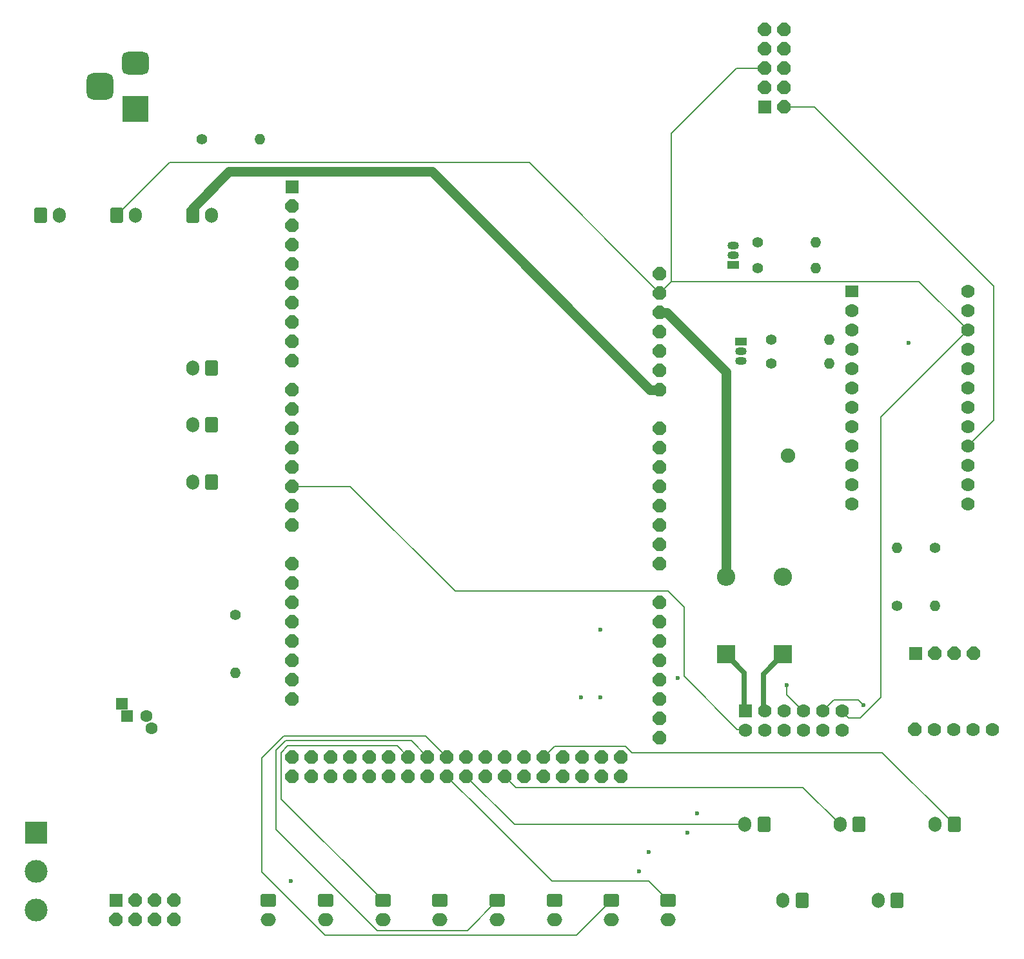
<source format=gbr>
%TF.GenerationSoftware,KiCad,Pcbnew,8.0.6*%
%TF.CreationDate,2025-05-19T18:35:20-06:00*%
%TF.ProjectId,main V5,6d61696e-2056-4352-9e6b-696361645f70,rev?*%
%TF.SameCoordinates,Original*%
%TF.FileFunction,Copper,L3,Inr*%
%TF.FilePolarity,Positive*%
%FSLAX46Y46*%
G04 Gerber Fmt 4.6, Leading zero omitted, Abs format (unit mm)*
G04 Created by KiCad (PCBNEW 8.0.6) date 2025-05-19 18:35:20*
%MOMM*%
%LPD*%
G01*
G04 APERTURE LIST*
G04 Aperture macros list*
%AMRoundRect*
0 Rectangle with rounded corners*
0 $1 Rounding radius*
0 $2 $3 $4 $5 $6 $7 $8 $9 X,Y pos of 4 corners*
0 Add a 4 corners polygon primitive as box body*
4,1,4,$2,$3,$4,$5,$6,$7,$8,$9,$2,$3,0*
0 Add four circle primitives for the rounded corners*
1,1,$1+$1,$2,$3*
1,1,$1+$1,$4,$5*
1,1,$1+$1,$6,$7*
1,1,$1+$1,$8,$9*
0 Add four rect primitives between the rounded corners*
20,1,$1+$1,$2,$3,$4,$5,0*
20,1,$1+$1,$4,$5,$6,$7,0*
20,1,$1+$1,$6,$7,$8,$9,0*
20,1,$1+$1,$8,$9,$2,$3,0*%
%AMOutline5P*
0 Free polygon, 5 corners , with rotation*
0 The origin of the aperture is its center*
0 number of corners: always 5*
0 $1 to $10 corner X, Y*
0 $11 Rotation angle, in degrees counterclockwise*
0 create outline with 5 corners*
4,1,5,$1,$2,$3,$4,$5,$6,$7,$8,$9,$10,$1,$2,$11*%
%AMOutline6P*
0 Free polygon, 6 corners , with rotation*
0 The origin of the aperture is its center*
0 number of corners: always 6*
0 $1 to $12 corner X, Y*
0 $13 Rotation angle, in degrees counterclockwise*
0 create outline with 6 corners*
4,1,6,$1,$2,$3,$4,$5,$6,$7,$8,$9,$10,$11,$12,$1,$2,$13*%
%AMOutline7P*
0 Free polygon, 7 corners , with rotation*
0 The origin of the aperture is its center*
0 number of corners: always 7*
0 $1 to $14 corner X, Y*
0 $15 Rotation angle, in degrees counterclockwise*
0 create outline with 7 corners*
4,1,7,$1,$2,$3,$4,$5,$6,$7,$8,$9,$10,$11,$12,$13,$14,$1,$2,$15*%
%AMOutline8P*
0 Free polygon, 8 corners , with rotation*
0 The origin of the aperture is its center*
0 number of corners: always 8*
0 $1 to $16 corner X, Y*
0 $17 Rotation angle, in degrees counterclockwise*
0 create outline with 8 corners*
4,1,8,$1,$2,$3,$4,$5,$6,$7,$8,$9,$10,$11,$12,$13,$14,$15,$16,$1,$2,$17*%
G04 Aperture macros list end*
%TA.AperFunction,ComponentPad*%
%ADD10C,1.400000*%
%TD*%
%TA.AperFunction,ComponentPad*%
%ADD11O,1.400000X1.400000*%
%TD*%
%TA.AperFunction,ComponentPad*%
%ADD12R,1.778000X1.778000*%
%TD*%
%TA.AperFunction,ComponentPad*%
%ADD13Outline8P,-0.889000X0.368236X-0.368236X0.889000X0.368236X0.889000X0.889000X0.368236X0.889000X-0.368236X0.368236X-0.889000X-0.368236X-0.889000X-0.889000X-0.368236X0.000000*%
%TD*%
%TA.AperFunction,ComponentPad*%
%ADD14R,3.500000X3.500000*%
%TD*%
%TA.AperFunction,ComponentPad*%
%ADD15RoundRect,0.750000X-1.000000X0.750000X-1.000000X-0.750000X1.000000X-0.750000X1.000000X0.750000X0*%
%TD*%
%TA.AperFunction,ComponentPad*%
%ADD16RoundRect,0.875000X-0.875000X0.875000X-0.875000X-0.875000X0.875000X-0.875000X0.875000X0.875000X0*%
%TD*%
%TA.AperFunction,ComponentPad*%
%ADD17RoundRect,0.250000X-0.750000X0.600000X-0.750000X-0.600000X0.750000X-0.600000X0.750000X0.600000X0*%
%TD*%
%TA.AperFunction,ComponentPad*%
%ADD18O,2.000000X1.700000*%
%TD*%
%TA.AperFunction,ComponentPad*%
%ADD19RoundRect,0.250000X-0.600000X-0.750000X0.600000X-0.750000X0.600000X0.750000X-0.600000X0.750000X0*%
%TD*%
%TA.AperFunction,ComponentPad*%
%ADD20O,1.700000X2.000000*%
%TD*%
%TA.AperFunction,ComponentPad*%
%ADD21RoundRect,0.250000X0.600000X0.750000X-0.600000X0.750000X-0.600000X-0.750000X0.600000X-0.750000X0*%
%TD*%
%TA.AperFunction,ComponentPad*%
%ADD22Outline8P,-0.889000X0.368236X-0.368236X0.889000X0.368236X0.889000X0.889000X0.368236X0.889000X-0.368236X0.368236X-0.889000X-0.368236X-0.889000X-0.889000X-0.368236X90.000000*%
%TD*%
%TA.AperFunction,ComponentPad*%
%ADD23R,2.400000X2.400000*%
%TD*%
%TA.AperFunction,ComponentPad*%
%ADD24O,2.400000X2.400000*%
%TD*%
%TA.AperFunction,ComponentPad*%
%ADD25C,1.778000*%
%TD*%
%TA.AperFunction,ComponentPad*%
%ADD26R,1.500000X1.050000*%
%TD*%
%TA.AperFunction,ComponentPad*%
%ADD27O,1.500000X1.050000*%
%TD*%
%TA.AperFunction,ComponentPad*%
%ADD28R,3.000000X3.000000*%
%TD*%
%TA.AperFunction,ComponentPad*%
%ADD29C,3.000000*%
%TD*%
%TA.AperFunction,ComponentPad*%
%ADD30Outline8P,-0.889000X0.368236X-0.368236X0.889000X0.368236X0.889000X0.889000X0.368236X0.889000X-0.368236X0.368236X-0.889000X-0.368236X-0.889000X-0.889000X-0.368236X180.000000*%
%TD*%
%TA.AperFunction,ComponentPad*%
%ADD31C,1.905000*%
%TD*%
%TA.AperFunction,ComponentPad*%
%ADD32R,1.600000X1.600000*%
%TD*%
%TA.AperFunction,ComponentPad*%
%ADD33C,1.600000*%
%TD*%
%TA.AperFunction,ComponentPad*%
%ADD34R,1.778000X1.524000*%
%TD*%
%TA.AperFunction,ViaPad*%
%ADD35C,0.600000*%
%TD*%
%TA.AperFunction,Conductor*%
%ADD36C,1.270000*%
%TD*%
%TA.AperFunction,Conductor*%
%ADD37C,0.635000*%
%TD*%
%TA.AperFunction,Conductor*%
%ADD38C,0.200000*%
%TD*%
G04 APERTURE END LIST*
D10*
%TO.N,/RX_OUT*%
%TO.C,R7*%
X164200000Y-71000000D03*
D11*
%TO.N,+3.3V*%
X171820000Y-71000000D03*
%TD*%
D12*
%TO.N,Net-(R2-Pad1)*%
%TO.C,U$2*%
X184960000Y-125000000D03*
D13*
%TO.N,Net-(R3-Pad2)*%
X187500000Y-125000000D03*
%TO.N,GND*%
X190040000Y-125000000D03*
%TO.N,/5V*%
X192580000Y-125000000D03*
%TD*%
D10*
%TO.N,Net-(JP7-B)*%
%TO.C,Neopixel Resistor1*%
X95600000Y-119990000D03*
D11*
%TO.N,Net-(JP7-A)*%
X95600000Y-127610000D03*
%TD*%
D14*
%TO.N,/RAW_IN*%
%TO.C,J1*%
X82500000Y-53500000D03*
D15*
%TO.N,GND*%
X82500000Y-47500000D03*
D16*
X77800000Y-50500000D03*
%TD*%
D17*
%TO.N,Net-(SW6A-S)*%
%TO.C,SW6*%
X137500000Y-157500000D03*
D18*
%TO.N,GND*%
X137500000Y-160000000D03*
%TD*%
D17*
%TO.N,Net-(SW4A-S)*%
%TO.C,SW4*%
X122450000Y-157500000D03*
D18*
%TO.N,GND*%
X122450000Y-160000000D03*
%TD*%
D17*
%TO.N,Net-(SW1A-S)*%
%TO.C,SW1*%
X99950000Y-157500000D03*
D18*
%TO.N,GND*%
X99950000Y-160000000D03*
%TD*%
D10*
%TO.N,Net-(R2-Pad1)*%
%TO.C,R2*%
X182500000Y-118810000D03*
D11*
%TO.N,/5V*%
X182500000Y-111190000D03*
%TD*%
D19*
%TO.N,/5V*%
%TO.C,POWER_LED0*%
X90000000Y-67500000D03*
D20*
%TO.N,Net-(POWER_LED0B-S)*%
X92500000Y-67500000D03*
%TD*%
D10*
%TO.N,/RX_5V*%
%TO.C,R6*%
X164190000Y-74400000D03*
D11*
%TO.N,/5V*%
X171810000Y-74400000D03*
%TD*%
D21*
%TO.N,Net-(JACK_CON3A-S)*%
%TO.C,JACK_CON3*%
X177500000Y-147500000D03*
D20*
%TO.N,Net-(JACK_CON3B-S)*%
X175000000Y-147500000D03*
%TD*%
D21*
%TO.N,Net-(JACK_CON1A-S)*%
%TO.C,JACK_CON1*%
X165000000Y-147500000D03*
D20*
%TO.N,Net-(JACK_CON1B-S)*%
X162500000Y-147500000D03*
%TD*%
D21*
%TO.N,Net-(SECTION_2_BUTTON0A-KL)*%
%TO.C,SECTION_2_BUTTON0*%
X92500000Y-95000000D03*
D20*
%TO.N,GND*%
X90000000Y-95000000D03*
%TD*%
D17*
%TO.N,Net-(SW5A-S)*%
%TO.C,SW5*%
X129950000Y-157500000D03*
D18*
%TO.N,GND*%
X129950000Y-160000000D03*
%TD*%
D19*
%TO.N,/RESET*%
%TO.C,RESET0*%
X80000000Y-67500000D03*
D20*
%TO.N,GND*%
X82500000Y-67500000D03*
%TD*%
D10*
%TO.N,/TX_5V*%
%TO.C,R4*%
X165990000Y-83800000D03*
D11*
%TO.N,/5V*%
X173610000Y-83800000D03*
%TD*%
D19*
%TO.N,/RAW_IN*%
%TO.C,PWR_IN0*%
X70000000Y-67500000D03*
D20*
%TO.N,/5V*%
X72500000Y-67500000D03*
%TD*%
D22*
%TO.N,unconnected-(11-Pad3V3)*%
%TO.C,11*%
X167670000Y-43053000D03*
%TO.N,+3.3V*%
X165130000Y-43053000D03*
D12*
%TO.N,GND*%
X165130000Y-53213000D03*
D22*
X165130000Y-45593000D03*
%TO.N,unconnected-(11-PadINT)*%
X165130000Y-50673000D03*
%TO.N,Net-(U1-12)*%
X167670000Y-45593000D03*
%TO.N,Net-(U1-11)*%
X167670000Y-48133000D03*
%TO.N,/RESET*%
X165130000Y-48133000D03*
%TO.N,Net-(U1-13)*%
X167670000Y-53213000D03*
%TO.N,Net-(U1-10)*%
X167670000Y-50673000D03*
%TD*%
D23*
%TO.N,Net-(D2-K)*%
%TO.C,D2*%
X160000000Y-125160000D03*
D24*
%TO.N,/3V3*%
X160000000Y-115000000D03*
%TD*%
D17*
%TO.N,Net-(SW3A-S)*%
%TO.C,SW3*%
X114950000Y-157500000D03*
D18*
%TO.N,GND*%
X114950000Y-160000000D03*
%TD*%
D21*
%TO.N,Net-(JACK_CON5A-S)*%
%TO.C,JACK_CON5*%
X190000000Y-147500000D03*
D20*
%TO.N,Net-(JACK_CON5B-S)*%
X187500000Y-147500000D03*
%TD*%
D17*
%TO.N,Net-(SW2A-S)*%
%TO.C,SW2*%
X107450000Y-157500000D03*
D18*
%TO.N,GND*%
X107450000Y-160000000D03*
%TD*%
D12*
%TO.N,Net-(D2-K)*%
%TO.C,C1*%
X162560000Y-132588000D03*
D25*
%TO.N,Net-(D1-K)*%
X165100000Y-132588000D03*
%TO.N,GND*%
X167640000Y-132588000D03*
%TO.N,/MISO*%
X172720000Y-135128000D03*
%TO.N,/MOSI*%
X172720000Y-132588000D03*
%TO.N,/RESET*%
X175260000Y-132588000D03*
%TO.N,/SCK*%
X170180000Y-132588000D03*
%TO.N,/D48*%
X170180000Y-135128000D03*
%TO.N,/D2*%
X162560000Y-135128000D03*
%TO.N,/D53*%
X167640000Y-135128000D03*
%TO.N,Net-(C1-PadTFT_DC)*%
X165100000Y-135128000D03*
%TO.N,/Touch_CS*%
X175260000Y-135128000D03*
%TD*%
D10*
%TO.N,Net-(POWER_LED0B-S)*%
%TO.C,R1*%
X91190000Y-57500000D03*
D11*
%TO.N,GND*%
X98810000Y-57500000D03*
%TD*%
D17*
%TO.N,Net-(SW8A-S)*%
%TO.C,SW8*%
X152450000Y-157500000D03*
D18*
%TO.N,GND*%
X152450000Y-160000000D03*
%TD*%
D12*
%TO.N,Net-(U$1-PadD22)*%
%TO.C,U$4*%
X79960000Y-157460000D03*
D13*
%TO.N,Net-(U$1-PadD23)*%
X82500000Y-157460000D03*
%TO.N,Net-(U$1-PadD24)*%
X85040000Y-157460000D03*
%TO.N,Net-(U$1-PadD25)*%
X87580000Y-157460000D03*
%TO.N,Net-(U$1-PadD26)*%
X79960000Y-160000000D03*
%TO.N,Net-(U$1-PadD27)*%
X82500000Y-160000000D03*
%TO.N,Net-(U$1-PadD28)*%
X85040000Y-160000000D03*
%TO.N,/D29*%
X87580000Y-160000000D03*
%TD*%
D26*
%TO.N,/RX_5V*%
%TO.C,Q2*%
X161000000Y-74000000D03*
D27*
%TO.N,+3.3V*%
X161000000Y-72730000D03*
%TO.N,/RX_OUT*%
X161000000Y-71460000D03*
%TD*%
D17*
%TO.N,Net-(SW7A-S)*%
%TO.C,SW7*%
X144950000Y-157500000D03*
D18*
%TO.N,GND*%
X144950000Y-160000000D03*
%TD*%
D28*
%TO.N,/5V*%
%TO.C,X1*%
X69400000Y-148590000D03*
D29*
%TO.N,Net-(JP7-A)*%
X69400000Y-153670000D03*
%TO.N,GND*%
X69400000Y-158750000D03*
%TD*%
D30*
%TO.N,/3V3*%
%TO.C,U$1*%
X151328500Y-80210000D03*
%TO.N,Net-(U$1-5V-Pad5V@1)*%
X151328500Y-82750000D03*
X103068500Y-138630000D03*
X103068500Y-141170000D03*
%TO.N,unconnected-(U$1-PadA0)*%
X151328500Y-95450000D03*
%TO.N,/Touch_CS*%
X151328500Y-97990000D03*
%TO.N,Net-(U2-T_IRQ)*%
X151328500Y-100530000D03*
%TO.N,unconnected-(U$1-PadA3)*%
X151328500Y-103070000D03*
%TO.N,unconnected-(U$1-PadA4)*%
X151328500Y-105610000D03*
%TO.N,unconnected-(U$1-PadA5)*%
X151328500Y-108150000D03*
%TO.N,unconnected-(U$1-PadA6)*%
X151328500Y-110690000D03*
%TO.N,unconnected-(U$1-PadA7)*%
X151328500Y-113230000D03*
%TO.N,unconnected-(U$1-PadA8)*%
X151328500Y-118310000D03*
%TO.N,unconnected-(U$1-PadA9)*%
X151328500Y-120850000D03*
%TO.N,unconnected-(U$1-PadA10)*%
X151328500Y-123390000D03*
%TO.N,unconnected-(U$1-PadA11)*%
X151328500Y-125930000D03*
%TO.N,unconnected-(U$1-PadA12)*%
X151328500Y-128470000D03*
%TO.N,unconnected-(U$1-PadA13)*%
X151328500Y-131010000D03*
%TO.N,unconnected-(U$1-PadA14)*%
X151328500Y-133550000D03*
%TO.N,unconnected-(U$1-PadA15)*%
X151328500Y-136090000D03*
%TO.N,unconnected-(U$1-PadAREF)*%
X103068500Y-68780000D03*
%TO.N,/RX_5V*%
X103068500Y-108150000D03*
%TO.N,/TX_5V*%
X103068500Y-105610000D03*
%TO.N,/D2*%
X103068500Y-103070000D03*
%TO.N,unconnected-(U$1-PadD3)*%
X103068500Y-100530000D03*
%TO.N,Net-(R2-Pad1)*%
X103068500Y-97990000D03*
%TO.N,Net-(R3-Pad2)*%
X103068500Y-95450000D03*
%TO.N,unconnected-(U$1-PadD6)*%
X103068500Y-92910000D03*
%TO.N,unconnected-(U$1-PadD7)*%
X103068500Y-90370000D03*
%TO.N,Net-(JP7-B)*%
X103068500Y-86560000D03*
%TO.N,Net-(SECTION_1_BUTTON0A-KL)*%
X103068500Y-84020000D03*
%TO.N,Net-(SECTION_2_BUTTON0A-KL)*%
X103068500Y-81480000D03*
%TO.N,Net-(SECTION_3_BUTTON0A-KL)*%
X103068500Y-78940000D03*
%TO.N,unconnected-(U$1-PadD12)*%
X103068500Y-76400000D03*
%TO.N,unconnected-(U$1-PadD13)*%
X103068500Y-73860000D03*
%TO.N,unconnected-(U$1-PadD14)*%
X103068500Y-113230000D03*
%TO.N,unconnected-(U$1-PadD15)*%
X103068500Y-115770000D03*
%TO.N,unconnected-(U$1-PadD16)*%
X103068500Y-118310000D03*
%TO.N,unconnected-(U$1-PadD17)*%
X103068500Y-120850000D03*
%TO.N,unconnected-(U$1-PadD18)*%
X103068500Y-123390000D03*
%TO.N,unconnected-(U$1-PadD19)*%
X103068500Y-125930000D03*
%TO.N,Net-(U$1-PadD20)*%
X103068500Y-128470000D03*
%TO.N,/D21*%
X103068500Y-131010000D03*
%TO.N,Net-(U$1-PadD22)*%
X105608500Y-138630000D03*
%TO.N,Net-(U$1-PadD23)*%
X105608500Y-141170000D03*
%TO.N,Net-(U$1-PadD24)*%
X108148500Y-138630000D03*
%TO.N,Net-(U$1-PadD25)*%
X108148500Y-141170000D03*
%TO.N,Net-(U$1-PadD26)*%
X110688500Y-138630000D03*
%TO.N,Net-(U$1-PadD27)*%
X110688500Y-141170000D03*
%TO.N,Net-(U$1-PadD28)*%
X113228500Y-138630000D03*
%TO.N,/D29*%
X113228500Y-141170000D03*
%TO.N,Net-(SW1A-S)*%
X115768500Y-138630000D03*
%TO.N,Net-(SW2A-S)*%
X115768500Y-141170000D03*
%TO.N,Net-(SW3A-S)*%
X118308500Y-138630000D03*
%TO.N,Net-(SW4A-S)*%
X118308500Y-141170000D03*
%TO.N,Net-(SW5A-S)*%
X120848500Y-138630000D03*
%TO.N,Net-(SW6A-S)*%
X120848500Y-141170000D03*
%TO.N,Net-(SW7A-S)*%
X123388500Y-138630000D03*
%TO.N,Net-(SW8A-S)*%
X123388500Y-141170000D03*
%TO.N,Net-(JACK_CON1A-S)*%
X125928500Y-138630000D03*
%TO.N,Net-(JACK_CON1B-S)*%
X125928500Y-141170000D03*
%TO.N,Net-(JACK_CON2A-S)*%
X128468500Y-138630000D03*
%TO.N,Net-(JACK_CON2B-S)*%
X128468500Y-141170000D03*
%TO.N,Net-(JACK_CON3A-S)*%
X131008500Y-138630000D03*
%TO.N,Net-(JACK_CON3B-S)*%
X131008500Y-141170000D03*
%TO.N,Net-(JACK_CON4A-S)*%
X133548500Y-138630000D03*
%TO.N,Net-(JACK_CON4B-S)*%
X133548500Y-141170000D03*
%TO.N,Net-(JACK_CON5A-S)*%
X136088500Y-138630000D03*
%TO.N,Net-(JACK_CON5B-S)*%
X136088500Y-141170000D03*
%TO.N,/D48*%
X138628500Y-138630000D03*
%TO.N,Net-(C1-PadTFT_DC)*%
X138628500Y-141170000D03*
%TO.N,/MISO*%
X141168500Y-138630000D03*
%TO.N,/MOSI*%
X141168500Y-141170000D03*
%TO.N,/SCK*%
X143708500Y-138630000D03*
%TO.N,/D53*%
X143708500Y-141170000D03*
%TO.N,GND*%
X103068500Y-71320000D03*
X151328500Y-87830000D03*
X151328500Y-85290000D03*
X146248500Y-138630000D03*
X146248500Y-141170000D03*
%TO.N,unconnected-(U$1-PadIOREF)*%
X151328500Y-75130000D03*
%TO.N,/RESET*%
X151328500Y-77670000D03*
D12*
%TO.N,unconnected-(U$1-PadSCL)*%
X103068500Y-63700000D03*
D30*
%TO.N,unconnected-(U$1-PadSDA)*%
X103068500Y-66240000D03*
%TO.N,/5V*%
X151328500Y-90370000D03*
%TD*%
D31*
%TO.N,Net-(U2-T_IRQ)*%
%TO.C,U2*%
X168200000Y-99000000D03*
%TD*%
D21*
%TO.N,Net-(JACK_CON2A-S)*%
%TO.C,JACK_CON2*%
X170000000Y-157500000D03*
D20*
%TO.N,Net-(JACK_CON2B-S)*%
X167500000Y-157500000D03*
%TD*%
D32*
%TO.N,/5V*%
%TO.C,C2*%
X80740126Y-131674000D03*
X81411063Y-133274000D03*
D33*
%TO.N,GND*%
X83911063Y-133274000D03*
X84582000Y-134874000D03*
%TD*%
D21*
%TO.N,Net-(SECTION_1_BUTTON0A-KL)*%
%TO.C,SECTION_1_BUTTON0*%
X92500000Y-102500000D03*
D20*
%TO.N,GND*%
X90000000Y-102500000D03*
%TD*%
D34*
%TO.N,/RX_OUT*%
%TO.C,U1*%
X176530000Y-77470000D03*
D25*
%TO.N,/TX_OUT*%
X176530000Y-80010000D03*
%TO.N,unconnected-(U1-GND{slash}RST-Pad2)*%
X176530000Y-82550000D03*
%TO.N,unconnected-(U1-GND-Pad3)*%
X176530000Y-85090000D03*
%TO.N,unconnected-(U1-2-Pad4)*%
X176530000Y-87630000D03*
%TO.N,unconnected-(U1-3-Pad5)*%
X176530000Y-90170000D03*
%TO.N,unconnected-(U1-4-Pad6)*%
X176530000Y-92710000D03*
%TO.N,unconnected-(U1-5-Pad7)*%
X176530000Y-95250000D03*
%TO.N,unconnected-(U1-6-Pad8)*%
X176530000Y-97790000D03*
%TO.N,unconnected-(U1-7-Pad9)*%
X176530000Y-100330000D03*
%TO.N,unconnected-(U1-8-Pad10)*%
X176530000Y-102870000D03*
%TO.N,unconnected-(U1-9-Pad11)*%
X176530000Y-105410000D03*
%TO.N,Net-(U1-10)*%
X191770000Y-105410000D03*
%TO.N,Net-(U1-11)*%
X191770000Y-102870000D03*
%TO.N,Net-(U1-12)*%
X191770000Y-100330000D03*
%TO.N,Net-(U1-13)*%
X191770000Y-97790000D03*
%TO.N,unconnected-(U1-A0-Pad16)*%
X191770000Y-95250000D03*
%TO.N,unconnected-(U1-A1-Pad17)*%
X191770000Y-92710000D03*
%TO.N,unconnected-(U1-A2-Pad18)*%
X191770000Y-90170000D03*
%TO.N,unconnected-(U1-A3-Pad19)*%
X191770000Y-87630000D03*
%TO.N,+3.3V*%
X191770000Y-85090000D03*
%TO.N,/RESET*%
X191770000Y-82550000D03*
%TO.N,GND*%
X191770000Y-80010000D03*
%TO.N,Net-(JP4-B)*%
X191770000Y-77470000D03*
%TD*%
D21*
%TO.N,Net-(JACK_CON4A-S)*%
%TO.C,JACK_CON4*%
X182500000Y-157500000D03*
D20*
%TO.N,Net-(JACK_CON4B-S)*%
X180000000Y-157500000D03*
%TD*%
D10*
%TO.N,/5V*%
%TO.C,R3*%
X187500000Y-111190000D03*
D11*
%TO.N,Net-(R3-Pad2)*%
X187500000Y-118810000D03*
%TD*%
D26*
%TO.N,/TX_5V*%
%TO.C,Q1*%
X162000000Y-84050000D03*
D27*
%TO.N,+3.3V*%
X162000000Y-85320000D03*
%TO.N,/TX_OUT*%
X162000000Y-86590000D03*
%TD*%
D25*
%TO.N,/5V*%
%TO.C,U$5*%
X192500000Y-135000000D03*
D13*
%TO.N,/D21*%
X184880000Y-135000000D03*
D25*
%TO.N,Net-(U$1-PadD20)*%
X187420000Y-135000000D03*
%TO.N,GND*%
X195040000Y-135000000D03*
%TO.N,unconnected-(U$5-PadSW)*%
X189960000Y-135000000D03*
%TD*%
D21*
%TO.N,Net-(SECTION_3_BUTTON0A-KL)*%
%TO.C,SECTION_3_BUTTON0*%
X92500000Y-87500000D03*
D20*
%TO.N,GND*%
X90000000Y-87500000D03*
%TD*%
D10*
%TO.N,/TX_OUT*%
%TO.C,R5*%
X165990000Y-86950000D03*
D11*
%TO.N,+3.3V*%
X173610000Y-86950000D03*
%TD*%
D23*
%TO.N,Net-(D1-K)*%
%TO.C,D1*%
X167500000Y-125160000D03*
D24*
%TO.N,/5V*%
X167500000Y-115000000D03*
%TD*%
D35*
%TO.N,/5V*%
X184000000Y-84200000D03*
%TO.N,Net-(JACK_CON5B-S)*%
X148590000Y-153670000D03*
%TO.N,/SCK*%
X143510000Y-121920000D03*
X168000000Y-129200000D03*
X143510000Y-130810000D03*
%TO.N,/MOSI*%
X178054000Y-131826000D03*
X154940000Y-148590000D03*
%TO.N,/D48*%
X153670000Y-128270000D03*
%TO.N,Net-(U$1-5V-Pad5V@1)*%
X102870000Y-154940000D03*
%TO.N,/D53*%
X156210000Y-146050000D03*
%TO.N,/MISO*%
X140970000Y-130810000D03*
%TO.N,Net-(C1-PadTFT_DC)*%
X149860000Y-151130000D03*
%TD*%
D36*
%TO.N,/3V3*%
X152210000Y-80210000D02*
X151328500Y-80210000D01*
X160000000Y-88000000D02*
X152210000Y-80210000D01*
X160000000Y-115000000D02*
X160000000Y-88000000D01*
%TO.N,/5V*%
X90000000Y-67500000D02*
X90000000Y-66500000D01*
X90000000Y-66500000D02*
X94781200Y-61718800D01*
X121408800Y-61718800D02*
X123190000Y-63500000D01*
X150060000Y-90370000D02*
X151328500Y-90370000D01*
X123190000Y-63500000D02*
X150060000Y-90370000D01*
X94781200Y-61718800D02*
X121408800Y-61718800D01*
D37*
%TO.N,Net-(D1-K)*%
X164920000Y-127740000D02*
X167500000Y-125160000D01*
X164920000Y-132460000D02*
X164920000Y-127740000D01*
%TO.N,Net-(D2-K)*%
X162380000Y-127540000D02*
X160000000Y-125160000D01*
X162380000Y-132460000D02*
X162380000Y-127540000D01*
D38*
%TO.N,Net-(JACK_CON1A-S)*%
X165000000Y-147420000D02*
X165100000Y-147320000D01*
X165000000Y-147500000D02*
X165000000Y-147420000D01*
%TO.N,Net-(JACK_CON1B-S)*%
X132258500Y-147500000D02*
X162500000Y-147500000D01*
X125928500Y-141170000D02*
X132258500Y-147500000D01*
%TO.N,Net-(JACK_CON2B-S)*%
X128468500Y-141168500D02*
X128270000Y-140970000D01*
X128468500Y-141170000D02*
X128468500Y-141168500D01*
%TO.N,Net-(JACK_CON3B-S)*%
X131008500Y-141170000D02*
X132454700Y-142616200D01*
X132454700Y-142616200D02*
X170116200Y-142616200D01*
X170116200Y-142616200D02*
X175000000Y-147500000D01*
%TO.N,Net-(JACK_CON5A-S)*%
X137534700Y-137183800D02*
X136088500Y-138630000D01*
X190000000Y-147500000D02*
X180530964Y-138030964D01*
X147694700Y-138030964D02*
X146847536Y-137183800D01*
X146847536Y-137183800D02*
X137534700Y-137183800D01*
X180530964Y-138030964D02*
X147694700Y-138030964D01*
%TO.N,/RESET*%
X152847700Y-76150800D02*
X152847700Y-56702300D01*
X176148999Y-133476999D02*
X177615265Y-133476999D01*
X180340000Y-93980000D02*
X191770000Y-82550000D01*
X152847700Y-76150800D02*
X185370800Y-76150800D01*
X177615265Y-133476999D02*
X180340000Y-130752264D01*
X134185100Y-60526600D02*
X151328500Y-77670000D01*
X86973400Y-60526600D02*
X134185100Y-60526600D01*
X151328500Y-77670000D02*
X152847700Y-76150800D01*
X180340000Y-130752264D02*
X180340000Y-93980000D01*
X152847700Y-56702300D02*
X161417000Y-48133000D01*
X161417000Y-48133000D02*
X165130000Y-48133000D01*
X175260000Y-132588000D02*
X176148999Y-133476999D01*
X185370800Y-76150800D02*
X191770000Y-82550000D01*
X80000000Y-67500000D02*
X86973400Y-60526600D01*
%TO.N,Net-(SW3A-S)*%
X101622300Y-144172300D02*
X101622300Y-138030964D01*
X114950000Y-157500000D02*
X101622300Y-144172300D01*
X102493264Y-137160000D02*
X116838500Y-137160000D01*
X116838500Y-137160000D02*
X118308500Y-138630000D01*
X101622300Y-138030964D02*
X102493264Y-137160000D01*
%TO.N,Net-(SW5A-S)*%
X118722800Y-136502800D02*
X120848500Y-138628500D01*
X114217119Y-161407200D02*
X100965100Y-148155181D01*
X102221042Y-136502800D02*
X118722800Y-136502800D01*
X129950000Y-157500000D02*
X126042800Y-161407200D01*
X100965100Y-137758742D02*
X102221042Y-136502800D01*
X120848500Y-138628500D02*
X120848500Y-138630000D01*
X126042800Y-161407200D02*
X114217119Y-161407200D01*
X100965100Y-148155181D02*
X100965100Y-137758742D01*
%TO.N,Net-(SW7A-S)*%
X120604100Y-135845600D02*
X123388500Y-138630000D01*
X101948820Y-135845600D02*
X120604100Y-135845600D01*
X107374319Y-162064400D02*
X99060000Y-153750081D01*
X99060000Y-153750081D02*
X99060000Y-138734420D01*
X140385600Y-162064400D02*
X107374319Y-162064400D01*
X99060000Y-138734420D02*
X101948820Y-135845600D01*
X144950000Y-157500000D02*
X140385600Y-162064400D01*
%TO.N,Net-(SW8A-S)*%
X128268500Y-146050000D02*
X128270000Y-146050000D01*
X128268500Y-146050000D02*
X123388500Y-141170000D01*
X137160000Y-154940000D02*
X149890000Y-154940000D01*
X149890000Y-154940000D02*
X152450000Y-157500000D01*
X128270000Y-146050000D02*
X137160000Y-154940000D01*
%TO.N,/SCK*%
X168000000Y-130460000D02*
X170000000Y-132460000D01*
X168000000Y-129200000D02*
X168000000Y-130460000D01*
%TO.N,/MOSI*%
X174166200Y-131141800D02*
X172720000Y-132588000D01*
X177369800Y-131141800D02*
X174166200Y-131141800D01*
X178054000Y-131826000D02*
X177369800Y-131141800D01*
%TO.N,/D2*%
X154527200Y-128036200D02*
X154527200Y-118967200D01*
X110690000Y-103070000D02*
X103068500Y-103070000D01*
X161491000Y-135000000D02*
X154527200Y-128036200D01*
X154527200Y-118967200D02*
X152400000Y-116840000D01*
X124460000Y-116840000D02*
X110690000Y-103070000D01*
X152400000Y-116840000D02*
X124460000Y-116840000D01*
X162380000Y-135000000D02*
X161491000Y-135000000D01*
%TO.N,Net-(C1-PadTFT_DC)*%
X138628500Y-141170000D02*
X138430000Y-140971500D01*
X138430000Y-140971500D02*
X138430000Y-140970000D01*
%TO.N,Net-(U1-13)*%
X195200000Y-76800000D02*
X195200000Y-94360000D01*
X171613000Y-53213000D02*
X195200000Y-76800000D01*
X195200000Y-94360000D02*
X191770000Y-97790000D01*
X167670000Y-53213000D02*
X171613000Y-53213000D01*
%TD*%
M02*

</source>
